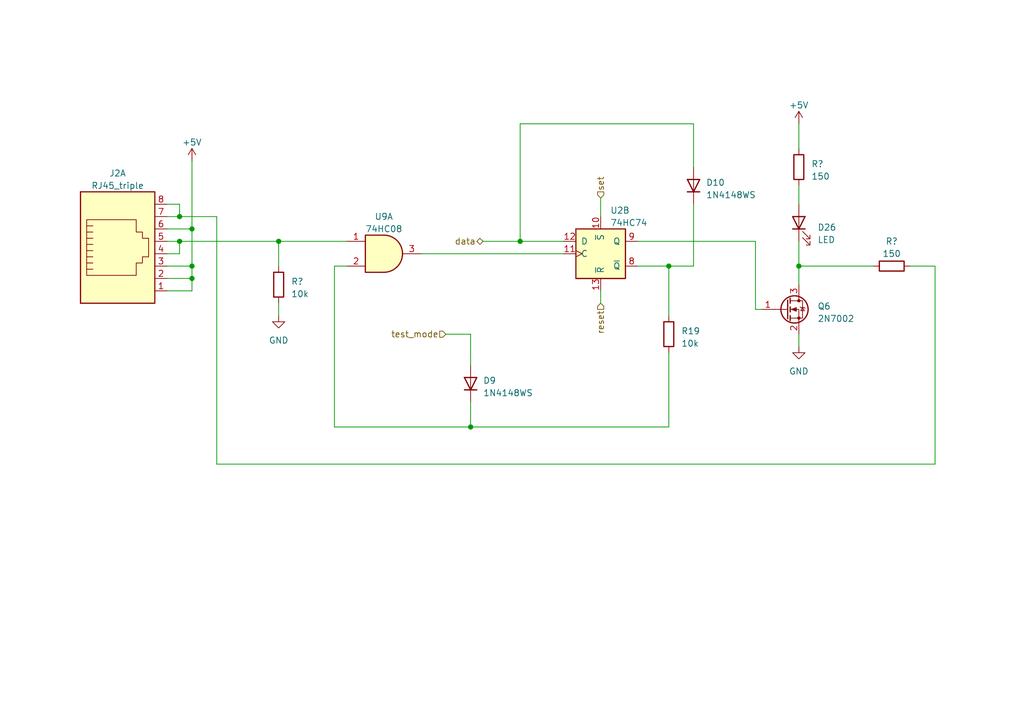
<source format=kicad_sch>
(kicad_sch (version 20230121) (generator eeschema)
  (paper "A5")
  (lib_symbols
    (symbol "74xx:74HC74" (pin_names (offset 1.016))
      (property "Reference" "U" (at -7.62 8.89 0))
      (property "Value" "74HC74" (at -7.62 -8.89 0))
      (symbol "74HC74_1_0"
        (pin input line (at 0 -7.62 90) (length 2.54) (name "~{R}") (number "1"))
        (pin input line (at -7.62 2.54 0) (length 2.54) (name "D") (number "2"))
        (pin input clock (at -7.62 0 0) (length 2.54) (name "C") (number "3"))
        (pin input line (at 0 7.62 270) (length 2.54) (name "~{S}") (number "4"))
        (pin output line (at 7.62 2.54 180) (length 2.54) (name "Q") (number "5"))
        (pin output line (at 7.62 -2.54 180) (length 2.54) (name "~{Q}") (number "6"))
      )
      (symbol "74HC74_1_1"
        (rectangle (start -5.08 5.08) (end 5.08 -5.08) (stroke (width 0.254)) (fill (type background)))
      )
      (symbol "74HC74_2_0"
        (pin input line (at 0 7.62 270) (length 2.54) (name "~{S}") (number "10"))
        (pin input clock (at -7.62 0 0) (length 2.54) (name "C") (number "11"))
        (pin input line (at -7.62 2.54 0) (length 2.54) (name "D") (number "12"))
        (pin input line (at 0 -7.62 90) (length 2.54) (name "~{R}") (number "13"))
        (pin output line (at 7.62 -2.54 180) (length 2.54) (name "~{Q}") (number "8"))
        (pin output line (at 7.62 2.54 180) (length 2.54) (name "Q") (number "9"))
      )
      (symbol "74HC74_2_1"
        (rectangle (start -5.08 5.08) (end 5.08 -5.08) (stroke (width 0.254)) (fill (type background)))
      )
      (symbol "74HC74_3_0"
        (pin power_in line (at 0 10.16 270) (length 2.54) (name "VCC") (number "14"))
        (pin power_in line (at 0 -10.16 90) (length 2.54) (name "GND") (number "7"))
      )
      (symbol "74HC74_3_1"
        (rectangle (start -5.08 7.62) (end 5.08 -7.62) (stroke (width 0.254)) (fill (type background)))
      )
    )
    (symbol "Device:D" (pin_numbers hide) (pin_names (offset 1.016) hide)
      (property "Reference" "D" (at 0 2.54 0))
      (property "Value" "D" (at 0 -2.54 0))
      (symbol "D_0_1"
        (polyline (pts (xy -1.27 1.27) (xy -1.27 -1.27)) (stroke (width 0.254)))
        (polyline (pts (xy 1.27 0) (xy -1.27 0)))
        (polyline (pts (xy 1.27 1.27) (xy 1.27 -1.27) (xy -1.27 0) (xy 1.27 1.27)) (stroke (width 0.254)))
      )
      (symbol "D_1_1"
        (pin passive line (at -3.81 0 0) (length 2.54) (name "K") (number "1"))
        (pin passive line (at 3.81 0 180) (length 2.54) (name "A") (number "2"))
      )
    )
    (symbol "Device:LED" (pin_numbers hide) (pin_names (offset 1.016) hide)
      (property "Reference" "D" (at 0 2.54 0))
      (property "Value" "LED" (at 0 -2.54 0))
      (symbol "LED_0_1"
        (polyline (pts (xy -1.27 -1.27) (xy -1.27 1.27)) (stroke (width 0.254)))
        (polyline (pts (xy -1.27 0) (xy 1.27 0)))
        (polyline (pts (xy 1.27 -1.27) (xy 1.27 1.27) (xy -1.27 0) (xy 1.27 -1.27)) (stroke (width 0.254)))
        (polyline (pts (xy -3.048 -0.762) (xy -4.572 -2.286) (xy -3.81 -2.286) (xy -4.572 -2.286) (xy -4.572 -1.524)))
        (polyline (pts (xy -1.778 -0.762) (xy -3.302 -2.286) (xy -2.54 -2.286) (xy -3.302 -2.286) (xy -3.302 -1.524)))
      )
      (symbol "LED_1_1"
        (pin passive line (at -3.81 0 0) (length 2.54) (name "K") (number "1"))
        (pin passive line (at 3.81 0 180) (length 2.54) (name "A") (number "2"))
      )
    )
    (symbol "Device:R" (pin_numbers hide) (pin_names (offset 0))
      (property "Reference" "R" (at 2.032 0 90))
      (property "Value" "R" (at 0 0 90))
      (symbol "R_0_1"
        (rectangle (start -1.016 -2.54) (end 1.016 2.54) (stroke (width 0.254)))
      )
      (symbol "R_1_1"
        (pin passive line (at 0 3.81 270) (length 1.27) (name "~") (number "1"))
        (pin passive line (at 0 -3.81 90) (length 1.27) (name "~") (number "2"))
      )
    )
    (symbol "Transistor_FET:2N7002" (pin_names hide)
      (property "Reference" "Q" (at 5.08 1.905 0))
      (property "Value" "2N7002" (at 5.08 0 0))
      (symbol "2N7002_0_1"
        (polyline (pts (xy 0.254 0) (xy -2.54 0)))
        (polyline (pts (xy 0.254 1.905) (xy 0.254 -1.905)) (stroke (width 0.254)))
        (polyline (pts (xy 0.762 -1.27) (xy 0.762 -2.286)) (stroke (width 0.254)))
        (polyline (pts (xy 0.762 0.508) (xy 0.762 -0.508)) (stroke (width 0.254)))
        (polyline (pts (xy 0.762 2.286) (xy 0.762 1.27)) (stroke (width 0.254)))
        (polyline (pts (xy 2.54 2.54) (xy 2.54 1.778)))
        (polyline (pts (xy 2.54 -2.54) (xy 2.54 0) (xy 0.762 0)))
        (polyline (pts (xy 0.762 -1.778) (xy 3.302 -1.778) (xy 3.302 1.778) (xy 0.762 1.778)))
        (polyline (pts (xy 1.016 0) (xy 2.032 0.381) (xy 2.032 -0.381) (xy 1.016 0)) (fill (type outline)))
        (polyline (pts (xy 2.794 0.508) (xy 2.921 0.381) (xy 3.683 0.381) (xy 3.81 0.254)))
        (polyline (pts (xy 3.302 0.381) (xy 2.921 -0.254) (xy 3.683 -0.254) (xy 3.302 0.381)))
        (circle (center 1.651 0) (radius 2.794) (stroke (width 0.254)))
        (circle (center 2.54 -1.778) (radius 0.254) (fill (type outline)))
        (circle (center 2.54 1.778) (radius 0.254) (fill (type outline)))
      )
      (symbol "2N7002_1_1"
        (pin input line (at -5.08 0 0) (length 2.54) (name "G") (number "1"))
        (pin passive line (at 2.54 -5.08 90) (length 2.54) (name "S") (number "2"))
        (pin passive line (at 2.54 5.08 270) (length 2.54) (name "D") (number "3"))
      )
    )
    (symbol "gates:74HC08" (pin_names (offset 1.016))
      (property "Reference" "U" (at 0 1.27 0))
      (property "Value" "74HC08" (at 0 -1.27 0))
      (symbol "74HC08_1_1"
        (arc (start 0 -3.81) (mid 3.7934 0) (end 0 3.81) (stroke (width 0.254)) (fill (type background)))
        (polyline (pts (xy 0 3.81) (xy -3.81 3.81) (xy -3.81 -3.81) (xy 0 -3.81)) (stroke (width 0.254)) (fill (type background)))
        (pin input line (at -7.62 2.54 0) (length 3.81) (name "~") (number "1"))
        (pin input line (at -7.62 -2.54 0) (length 3.81) (name "~") (number "2"))
        (pin output line (at 7.62 0 180) (length 3.81) (name "~") (number "3"))
      )
      (symbol "74HC08_1_2"
        (arc (start -3.81 -3.81) (mid -2.589 0) (end -3.81 3.81) (stroke (width 0.254)))
        (arc (start -0.6096 -3.81) (mid 2.1842 -2.5851) (end 3.81 0) (stroke (width 0.254)) (fill (type background)))
        (polyline (pts (xy -3.81 -3.81) (xy -0.635 -3.81)) (stroke (width 0.254)) (fill (type background)))
        (polyline (pts (xy -3.81 3.81) (xy -0.635 3.81)) (stroke (width 0.254)) (fill (type background)))
        (polyline (pts (xy -0.635 3.81) (xy -3.81 3.81) (xy -3.81 3.81) (xy -3.556 3.4036) (xy -3.0226 2.2606) (xy -2.6924 1.0414) (xy -2.6162 -0.254) (xy -2.7686 -1.4986) (xy -3.175 -2.7178) (xy -3.81 -3.81) (xy -3.81 -3.81) (xy -0.635 -3.81)) (stroke (width -25.4)) (fill (type background)))
        (arc (start 3.81 0) (mid 2.1915 2.5936) (end -0.6096 3.81) (stroke (width 0.254)) (fill (type background)))
        (pin input inverted (at -7.62 2.54 0) (length 4.318) (name "~") (number "1"))
        (pin input inverted (at -7.62 -2.54 0) (length 4.318) (name "~") (number "2"))
        (pin output inverted (at 7.62 0 180) (length 3.81) (name "~") (number "3"))
      )
      (symbol "74HC08_2_1"
        (arc (start 0 -3.81) (mid 3.7934 0) (end 0 3.81) (stroke (width 0.254)) (fill (type background)))
        (polyline (pts (xy 0 3.81) (xy -3.81 3.81) (xy -3.81 -3.81) (xy 0 -3.81)) (stroke (width 0.254)) (fill (type background)))
        (pin input line (at -7.62 2.54 0) (length 3.81) (name "~") (number "4"))
        (pin input line (at -7.62 -2.54 0) (length 3.81) (name "~") (number "5"))
        (pin output line (at 7.62 0 180) (length 3.81) (name "~") (number "6"))
      )
      (symbol "74HC08_2_2"
        (arc (start -3.81 -3.81) (mid -2.589 0) (end -3.81 3.81) (stroke (width 0.254)))
        (arc (start -0.6096 -3.81) (mid 2.1842 -2.5851) (end 3.81 0) (stroke (width 0.254)) (fill (type background)))
        (polyline (pts (xy -3.81 -3.81) (xy -0.635 -3.81)) (stroke (width 0.254)) (fill (type background)))
        (polyline (pts (xy -3.81 3.81) (xy -0.635 3.81)) (stroke (width 0.254)) (fill (type background)))
        (polyline (pts (xy -0.635 3.81) (xy -3.81 3.81) (xy -3.81 3.81) (xy -3.556 3.4036) (xy -3.0226 2.2606) (xy -2.6924 1.0414) (xy -2.6162 -0.254) (xy -2.7686 -1.4986) (xy -3.175 -2.7178) (xy -3.81 -3.81) (xy -3.81 -3.81) (xy -0.635 -3.81)) (stroke (width -25.4)) (fill (type background)))
        (arc (start 3.81 0) (mid 2.1915 2.5936) (end -0.6096 3.81) (stroke (width 0.254)) (fill (type background)))
        (pin input inverted (at -7.62 2.54 0) (length 4.318) (name "~") (number "4"))
        (pin input inverted (at -7.62 -2.54 0) (length 4.318) (name "~") (number "5"))
        (pin output inverted (at 7.62 0 180) (length 3.81) (name "~") (number "6"))
      )
      (symbol "74HC08_3_1"
        (arc (start 0 -3.81) (mid 3.7934 0) (end 0 3.81) (stroke (width 0.254)) (fill (type background)))
        (polyline (pts (xy 0 3.81) (xy -3.81 3.81) (xy -3.81 -3.81) (xy 0 -3.81)) (stroke (width 0.254)) (fill (type background)))
        (pin input line (at -7.62 -2.54 0) (length 3.81) (name "~") (number "10"))
        (pin output line (at 7.62 0 180) (length 3.81) (name "~") (number "8"))
        (pin input line (at -7.62 2.54 0) (length 3.81) (name "~") (number "9"))
      )
      (symbol "74HC08_3_2"
        (arc (start -3.81 -3.81) (mid -2.589 0) (end -3.81 3.81) (stroke (width 0.254)))
        (arc (start -0.6096 -3.81) (mid 2.1842 -2.5851) (end 3.81 0) (stroke (width 0.254)) (fill (type background)))
        (polyline (pts (xy -3.81 -3.81) (xy -0.635 -3.81)) (stroke (width 0.254)) (fill (type background)))
        (polyline (pts (xy -3.81 3.81) (xy -0.635 3.81)) (stroke (width 0.254)) (fill (type background)))
        (polyline (pts (xy -0.635 3.81) (xy -3.81 3.81) (xy -3.81 3.81) (xy -3.556 3.4036) (xy -3.0226 2.2606) (xy -2.6924 1.0414) (xy -2.6162 -0.254) (xy -2.7686 -1.4986) (xy -3.175 -2.7178) (xy -3.81 -3.81) (xy -3.81 -3.81) (xy -0.635 -3.81)) (stroke (width -25.4)) (fill (type background)))
        (arc (start 3.81 0) (mid 2.1915 2.5936) (end -0.6096 3.81) (stroke (width 0.254)) (fill (type background)))
        (pin input inverted (at -7.62 -2.54 0) (length 4.318) (name "~") (number "10"))
        (pin output inverted (at 7.62 0 180) (length 3.81) (name "~") (number "8"))
        (pin input inverted (at -7.62 2.54 0) (length 4.318) (name "~") (number "9"))
      )
      (symbol "74HC08_4_1"
        (arc (start 0 -3.81) (mid 3.7934 0) (end 0 3.81) (stroke (width 0.254)) (fill (type background)))
        (polyline (pts (xy 0 3.81) (xy -3.81 3.81) (xy -3.81 -3.81) (xy 0 -3.81)) (stroke (width 0.254)) (fill (type background)))
        (pin output line (at 7.62 0 180) (length 3.81) (name "~") (number "11"))
        (pin input line (at -7.62 2.54 0) (length 3.81) (name "~") (number "12"))
        (pin input line (at -7.62 -2.54 0) (length 3.81) (name "~") (number "13"))
      )
      (symbol "74HC08_4_2"
        (arc (start -3.81 -3.81) (mid -2.589 0) (end -3.81 3.81) (stroke (width 0.254)))
        (arc (start -0.6096 -3.81) (mid 2.1842 -2.5851) (end 3.81 0) (stroke (width 0.254)) (fill (type background)))
        (polyline (pts (xy -3.81 -3.81) (xy -0.635 -3.81)) (stroke (width 0.254)) (fill (type background)))
        (polyline (pts (xy -3.81 3.81) (xy -0.635 3.81)) (stroke (width 0.254)) (fill (type background)))
        (polyline (pts (xy -0.635 3.81) (xy -3.81 3.81) (xy -3.81 3.81) (xy -3.556 3.4036) (xy -3.0226 2.2606) (xy -2.6924 1.0414) (xy -2.6162 -0.254) (xy -2.7686 -1.4986) (xy -3.175 -2.7178) (xy -3.81 -3.81) (xy -3.81 -3.81) (xy -0.635 -3.81)) (stroke (width -25.4)) (fill (type background)))
        (arc (start 3.81 0) (mid 2.1915 2.5936) (end -0.6096 3.81) (stroke (width 0.254)) (fill (type background)))
        (pin output inverted (at 7.62 0 180) (length 3.81) (name "~") (number "11"))
        (pin input inverted (at -7.62 2.54 0) (length 4.318) (name "~") (number "12"))
        (pin input inverted (at -7.62 -2.54 0) (length 4.318) (name "~") (number "13"))
      )
      (symbol "74HC08_5_0"
        (pin power_in line (at 0 12.7 270) (length 5.08) (name "VCC") (number "14"))
        (pin power_in line (at 0 -12.7 90) (length 5.08) (name "GND") (number "7"))
      )
      (symbol "74HC08_5_1"
        (rectangle (start -5.08 7.62) (end 5.08 -7.62) (stroke (width 0.254)) (fill (type background)))
      )
    )
    (symbol "power:+5V" (power) (pin_names (offset 0))
      (property "Value" "+5V" (at 0 3.556 0))
      (symbol "+5V_0_1"
        (polyline (pts (xy -0.762 1.27) (xy 0 2.54)))
        (polyline (pts (xy 0 0) (xy 0 2.54)))
        (polyline (pts (xy 0 2.54) (xy 0.762 1.27)))
      )
      (symbol "+5V_1_1"
        (pin power_in line (at 0 0 90) (length 0) hide (name "+5V") (number "1"))
      )
    )
    (symbol "power:GND" (power) (pin_names (offset 0))
      (property "Value" "GND" (at 0 -3.81 0))
      (symbol "GND_0_1"
        (polyline (pts (xy 0 0) (xy 0 -1.27) (xy 1.27 -1.27) (xy 0 -2.54) (xy -1.27 -1.27) (xy 0 -1.27)))
      )
      (symbol "GND_1_1"
        (pin power_in line (at 0 0 270) (length 0) hide (name "GND") (number "1"))
      )
    )
    (symbol "rj45_multi:rj45_triple" (pin_names (offset 1.016))
      (property "Reference" "J" (at -6.35 13.97 0))
      (property "Value" "RJ45_triple" (at 2.54 13.97 0))
      (symbol "rj45_triple_0_1"
        (rectangle (start -7.62 12.7) (end 7.62 -10.16) (stroke (width 0.254)) (fill (type background)))
        (polyline (pts (xy -5.08 4.445) (xy -6.35 4.445)))
        (polyline (pts (xy -5.08 5.715) (xy -6.35 5.715)))
        (polyline (pts (xy -6.35 -3.175) (xy -5.08 -3.175) (xy -5.08 -3.175)))
        (polyline (pts (xy -6.35 -1.905) (xy -5.08 -1.905) (xy -5.08 -1.905)))
        (polyline (pts (xy -6.35 -0.635) (xy -5.08 -0.635) (xy -5.08 -0.635)))
        (polyline (pts (xy -6.35 0.635) (xy -5.08 0.635) (xy -5.08 0.635)))
        (polyline (pts (xy -6.35 1.905) (xy -5.08 1.905) (xy -5.08 1.905)))
        (polyline (pts (xy -5.08 3.175) (xy -6.35 3.175) (xy -6.35 3.175)))
        (polyline (pts (xy -6.35 -4.445) (xy -6.35 6.985) (xy 3.81 6.985) (xy 3.81 4.445) (xy 5.08 4.445) (xy 5.08 3.175) (xy 6.35 3.175) (xy 6.35 -0.635) (xy 5.08 -0.635) (xy 5.08 -1.905) (xy 3.81 -1.905) (xy 3.81 -4.445) (xy -6.35 -4.445) (xy -6.35 -4.445)))
      )
      (symbol "rj45_triple_1_1"
        (pin passive line (at 10.16 -7.62 180) (length 2.54) (name "~") (number "1"))
        (pin passive line (at 10.16 -5.08 180) (length 2.54) (name "~") (number "2"))
        (pin passive line (at 10.16 -2.54 180) (length 2.54) (name "~") (number "3"))
        (pin passive line (at 10.16 0 180) (length 2.54) (name "~") (number "4"))
        (pin passive line (at 10.16 2.54 180) (length 2.54) (name "~") (number "5"))
        (pin passive line (at 10.16 5.08 180) (length 2.54) (name "~") (number "6"))
        (pin passive line (at 10.16 7.62 180) (length 2.54) (name "~") (number "7"))
        (pin passive line (at 10.16 10.16 180) (length 2.54) (name "~") (number "8"))
      )
      (symbol "rj45_triple_2_1"
        (pin passive line (at 10.16 -5.08 180) (length 2.54) (name "~") (number "10"))
        (pin passive line (at 10.16 -2.54 180) (length 2.54) (name "~") (number "11"))
        (pin passive line (at 10.16 0 180) (length 2.54) (name "~") (number "12"))
        (pin passive line (at 10.16 2.54 180) (length 2.54) (name "~") (number "13"))
        (pin passive line (at 10.16 5.08 180) (length 2.54) (name "~") (number "14"))
        (pin passive line (at 10.16 7.62 180) (length 2.54) (name "~") (number "15"))
        (pin passive line (at 10.16 10.16 180) (length 2.54) (name "~") (number "16"))
        (pin passive line (at 10.16 -7.62 180) (length 2.54) (name "~") (number "9"))
      )
      (symbol "rj45_triple_3_1"
        (pin passive line (at 10.16 -7.62 180) (length 2.54) (name "~") (number "17"))
        (pin passive line (at 10.16 -5.08 180) (length 2.54) (name "~") (number "18"))
        (pin passive line (at 10.16 -2.54 180) (length 2.54) (name "~") (number "19"))
        (pin passive line (at 10.16 0 180) (length 2.54) (name "~") (number "20"))
        (pin passive line (at 10.16 2.54 180) (length 2.54) (name "~") (number "21"))
        (pin passive line (at 10.16 5.08 180) (length 2.54) (name "~") (number "22"))
        (pin passive line (at 10.16 7.62 180) (length 2.54) (name "~") (number "23"))
        (pin passive line (at 10.16 10.16 180) (length 2.54) (name "~") (number "24"))
      )
    )
  )
  (junction (at 96.52 87.63))
  (junction (at 163.83 54.61))
  (junction (at 39.37 54.61))
  (junction (at 106.68 49.53))
  (junction (at 36.83 49.53))
  (junction (at 36.83 44.45))
  (junction (at 39.37 57.15))
  (junction (at 57.15 49.53))
  (junction (at 137.16 54.61))
  (junction (at 39.37 46.99))
  (wire (pts (xy 57.15 62.23) (xy 57.15 64.77)))
  (wire (pts (xy 163.83 38.1) (xy 163.83 41.91)))
  (wire (pts (xy 34.29 49.53) (xy 36.83 49.53)))
  (wire (pts (xy 34.29 52.07) (xy 36.83 52.07)))
  (wire (pts (xy 96.52 68.58) (xy 96.52 74.93)))
  (wire (pts (xy 39.37 33.02) (xy 39.37 46.99)))
  (wire (pts (xy 154.94 63.5) (xy 154.94 49.53)))
  (wire (pts (xy 34.29 54.61) (xy 39.37 54.61)))
  (wire (pts (xy 154.94 49.53) (xy 130.81 49.53)))
  (wire (pts (xy 142.24 25.4) (xy 142.24 34.29)))
  (wire (pts (xy 179.07 54.61) (xy 163.83 54.61)))
  (wire (pts (xy 137.16 54.61) (xy 137.16 64.77)))
  (wire (pts (xy 96.52 82.55) (xy 96.52 87.63)))
  (wire (pts (xy 137.16 87.63) (xy 137.16 72.39)))
  (wire (pts (xy 44.45 95.25) (xy 44.45 44.45)))
  (wire (pts (xy 163.83 71.12) (xy 163.83 68.58)))
  (wire (pts (xy 130.81 54.61) (xy 137.16 54.61)))
  (wire (pts (xy 137.16 54.61) (xy 142.24 54.61)))
  (wire (pts (xy 39.37 59.69) (xy 39.37 57.15)))
  (wire (pts (xy 123.19 40.64) (xy 123.19 44.45)))
  (wire (pts (xy 163.83 25.4) (xy 163.83 30.48)))
  (wire (pts (xy 68.58 87.63) (xy 96.52 87.63)))
  (wire (pts (xy 142.24 41.91) (xy 142.24 54.61)))
  (wire (pts (xy 163.83 49.53) (xy 163.83 54.61)))
  (wire (pts (xy 68.58 54.61) (xy 68.58 87.63)))
  (wire (pts (xy 36.83 44.45) (xy 34.29 44.45)))
  (wire (pts (xy 86.36 52.07) (xy 115.57 52.07)))
  (wire (pts (xy 191.77 95.25) (xy 44.45 95.25)))
  (wire (pts (xy 191.77 54.61) (xy 191.77 95.25)))
  (wire (pts (xy 39.37 54.61) (xy 39.37 46.99)))
  (wire (pts (xy 34.29 46.99) (xy 39.37 46.99)))
  (wire (pts (xy 106.68 49.53) (xy 106.68 25.4)))
  (wire (pts (xy 57.15 49.53) (xy 36.83 49.53)))
  (wire (pts (xy 154.94 63.5) (xy 156.21 63.5)))
  (wire (pts (xy 36.83 52.07) (xy 36.83 49.53)))
  (wire (pts (xy 36.83 41.91) (xy 36.83 44.45)))
  (wire (pts (xy 106.68 49.53) (xy 115.57 49.53)))
  (wire (pts (xy 191.77 54.61) (xy 186.69 54.61)))
  (wire (pts (xy 96.52 87.63) (xy 137.16 87.63)))
  (wire (pts (xy 57.15 49.53) (xy 71.12 49.53)))
  (wire (pts (xy 34.29 57.15) (xy 39.37 57.15)))
  (wire (pts (xy 34.29 41.91) (xy 36.83 41.91)))
  (wire (pts (xy 39.37 57.15) (xy 39.37 54.61)))
  (wire (pts (xy 99.06 49.53) (xy 106.68 49.53)))
  (wire (pts (xy 106.68 25.4) (xy 142.24 25.4)))
  (wire (pts (xy 57.15 49.53) (xy 57.15 54.61)))
  (wire (pts (xy 163.83 54.61) (xy 163.83 58.42)))
  (wire (pts (xy 34.29 59.69) (xy 39.37 59.69)))
  (wire (pts (xy 123.19 59.69) (xy 123.19 62.23)))
  (wire (pts (xy 44.45 44.45) (xy 36.83 44.45)))
  (wire (pts (xy 68.58 54.61) (xy 71.12 54.61)))
  (wire (pts (xy 91.44 68.58) (xy 96.52 68.58)))
  (hierarchical_label "data" (shape bidirectional) (at 99.06 49.53 180))
  (hierarchical_label "reset" (shape input) (at 123.19 62.23 270))
  (hierarchical_label "test_mode" (shape input) (at 91.44 68.58 180))
  (hierarchical_label "set" (shape input) (at 123.19 40.64 90))
  (symbol (lib_id "power:+5V") (at 163.83 25.4 0) (unit 1)
    (property "Reference" "#PWR066" (effects hide))
    (property "Value" "+5V" (at 163.83 21.59 0))
    (instances (project "button10_controller" (path "" (reference "#PWR066") (unit 1)) (path "" (reference "#PWR067") (unit 1)) (path "" (reference "#PWR068") (unit 1)) (path "" (reference "#PWR069") (unit 1)) (path "" (reference "#PWR063") (unit 1)) (path "" (reference "#PWR064") (unit 1)) (path "" (reference "#PWR065") (unit 1)) (path "" (reference "#PWR070") (unit 1)) (path "" (reference "#PWR071") (unit 1)) (path "" (reference "#PWR072") (unit 1))))
  )
  (symbol (lib_id "rj45_multi:rj45_triple") (at 24.13 52.07 0) (unit 1)
    (property "Reference" "J2" (at 24.13 35.56 0))
    (property "Value" "RJ45_triple" (at 24.13 38.1 0))
    (property "Footprint" "rj45:rj45_triple_41207-06G051" (effects hide))
    (property "Datasheet" "https://datasheet.lcsc.com/lcsc/2201121900_Shenzhen-Glgnet-Elec-41207-06G051_C2942266.pdf" (effects hide))
    (property "mpn" "C2942266" (effects hide))
    (instances (project "button10_controller" (path "" (reference "J2") (unit 1)) (path "" (reference "J2") (unit 2)) (path "" (reference "J2") (unit 3)) (path "" (reference "J3") (unit 1)) (path "" (reference "J3") (unit 2)) (path "" (reference "J3") (unit 3))))
  )
  (symbol (lib_id "Device:LED") (at 163.83 45.72 90) (unit 1)
    (property "Reference" "D26" (at 167.64 46.6725 90) (effects (justify right)))
    (property "Value" "LED" (at 167.64 49.2125 90) (effects (justify right)))
    (property "Footprint" "LED_THT:LED_D5.0mm" (effects hide))
    (property "Datasheet" "https://datasheet.lcsc.com/lcsc/2208160930_XINGLIGHT-XL-504SURD_C2895493.pdf" (effects hide))
    (property "mpn" "C2895493" (effects hide))
    (instances (project "button10_controller" (path "" (reference "D26") (unit 1)) (path "" (reference "D27") (unit 1)) (path "" (reference "D28") (unit 1)) (path "" (reference "D29") (unit 1)) (path "" (reference "D9") (unit 1)) (path "" (reference "D7") (unit 1)) (path "" (reference "D5") (unit 1)) (path "" (reference "D6") (unit 1)) (path "" (reference "D8") (unit 1)) (path "" (reference "D10") (unit 1))))
  )
  (symbol (lib_id "Device:R") (at 137.16 68.58 0) (unit 1)
    (property "Reference" "R19" (at 139.7 67.945 0) (effects (justify left)))
    (property "Value" "10k" (at 139.7 70.485 0) (effects (justify left)))
    (property "Footprint" "Resistor_SMD:R_0402_1005Metric" (effects hide))
    (property "Datasheet" "https://datasheet.lcsc.com/lcsc/2206010100_UNI-ROYAL-Uniroyal-Elec-0402WGF1002TCE_C25744.pdf" (effects hide))
    (property "mpn" "C25744" (effects hide))
    (instances (project "button10_controller" (path "" (reference "R19") (unit 1)) (path "" (reference "R22") (unit 1)) (path "" (reference "R25") (unit 1)) (path "" (reference "R28") (unit 1)) (path "" (reference "R38") (unit 1)) (path "" (reference "R48") (unit 1)) (path "" (reference "R34") (unit 1)) (path "" (reference "R31") (unit 1)) (path "" (reference "R18") (unit 1)) (path "" (reference "R20") (unit 1))))
  )
  (symbol (lib_id "power:+5V") (at 39.37 33.02 0) (unit 1)
    (property "Reference" "#PWR032" (effects hide))
    (property "Value" "+5V" (at 39.37 29.21 0))
    (instances (project "button10_controller" (path "" (reference "#PWR032") (unit 1)) (path "" (reference "#PWR035") (unit 1)) (path "" (reference "#PWR038") (unit 1)) (path "" (reference "#PWR041") (unit 1)) (path "" (reference "#PWR023") (unit 1)) (path "" (reference "#PWR026") (unit 1)) (path "" (reference "#PWR029") (unit 1)) (path "" (reference "#PWR044") (unit 1)) (path "" (reference "#PWR047") (unit 1)) (path "" (reference "#PWR050") (unit 1))))
  )
  (symbol (lib_id "power:GND") (at 163.83 71.12 0) (unit 1)
    (property "Reference" "#PWR034" (effects hide))
    (property "Value" "GND" (at 163.83 76.2 0))
    (instances (project "button10_controller" (path "" (reference "#PWR034") (unit 1)) (path "" (reference "#PWR037") (unit 1)) (path "" (reference "#PWR040") (unit 1)) (path "" (reference "#PWR043") (unit 1)) (path "" (reference "#PWR025") (unit 1)) (path "" (reference "#PWR028") (unit 1)) (path "" (reference "#PWR031") (unit 1)) (path "" (reference "#PWR046") (unit 1)) (path "" (reference "#PWR049") (unit 1)) (path "" (reference "#PWR052") (unit 1))))
  )
  (symbol (lib_id "gates:74HC08") (at 78.74 52.07 0) (unit 1)
    (property "Reference" "U9" (at 78.7317 44.45 0))
    (property "Value" "74HC08" (at 78.7317 46.99 0))
    (property "Footprint" "Package_SO:SOIC-14_3.9x8.7mm_P1.27mm" (effects hide))
    (property "Datasheet" "http://www.ti.com/lit/gpn/sn74LS08" (effects hide))
    (property "mpn" "C5593" (effects hide))
    (instances (project "button10_controller" (path "" (reference "U9") (unit 1)) (path "" (reference "U9") (unit 2)) (path "" (reference "U9") (unit 3)) (path "" (reference "U9") (unit 4)) (path "" (reference "U4") (unit 2)) (path "" (reference "U4") (unit 3)) (path "" (reference "U4") (unit 4)) (path "" (reference "U9") (unit 1)) (path "" (reference "U9") (unit 2)) (path "" (reference "U9") (unit 3))))
  )
  (symbol (lib_id "Transistor_FET:2N7002") (at 161.29 63.5 0) (unit 1)
    (property "Reference" "Q6" (at 167.64 62.865 0) (effects (justify left)))
    (property "Value" "2N7002" (at 167.64 65.405 0) (effects (justify left)))
    (property "Footprint" "Package_TO_SOT_SMD:SOT-23" (effects hide))
    (property "Datasheet" "https://www.onsemi.com/pub/Collateral/NDS7002A-D.PDF" (effects hide))
    (property "mpn" "C8545" (effects hide))
    (instances (project "button10_controller" (path "" (reference "Q6") (unit 1)) (path "" (reference "Q7") (unit 1)) (path "" (reference "Q8") (unit 1)) (path "" (reference "Q9") (unit 1)) (path "" (reference "Q1") (unit 1)) (path "" (reference "Q3") (unit 1)) (path "" (reference "Q2") (unit 1)) (path "" (reference "Q8") (unit 1)) (path "" (reference "Q9") (unit 1)) (path "" (reference "Q10") (unit 1))))
  )
  (symbol (lib_id "Device:R") (at 57.15 58.42 0) (unit 1)
    (property "Reference" "R?" (at 59.69 57.785 0) (effects (justify left)))
    (property "Value" "10k" (at 59.69 60.325 0) (effects (justify left)))
    (property "Footprint" "Resistor_SMD:R_0402_1005Metric" (effects hide))
    (property "Datasheet" "https://datasheet.lcsc.com/lcsc/2206010100_UNI-ROYAL-Uniroyal-Elec-0402WGF1002TCE_C25744.pdf" (effects hide))
    (property "mpn" "C25744" (effects hide))
    (instances (project "button10_controller" (path "" (reference "R?") (unit 1)) (path "" (reference "R18") (unit 1)) (path "" (reference "R21") (unit 1)) (path "" (reference "R24") (unit 1)) (path "" (reference "R27") (unit 1)) (path "" (reference "R27") (unit 1)) (path "" (reference "R30") (unit 1)) (path "" (reference "R28") (unit 1)) (path "" (reference "R29") (unit 1)) (path "" (reference "R24") (unit 1)) (path "" (reference "R16") (unit 1))))
  )
  (symbol (lib_id "power:GND") (at 57.15 64.77 0) (unit 1)
    (property "Reference" "#PWR?" (effects hide))
    (property "Value" "GND" (at 57.15 69.85 0))
    (instances (project "button10_controller" (path "" (reference "#PWR?") (unit 1)) (path "" (reference "#PWR033") (unit 1)) (path "" (reference "#PWR036") (unit 1)) (path "" (reference "#PWR039") (unit 1)) (path "" (reference "#PWR042") (unit 1)) (path "" (reference "#PWR024") (unit 1)) (path "" (reference "#PWR027") (unit 1)) (path "" (reference "#PWR030") (unit 1)) (path "" (reference "#PWR045") (unit 1)) (path "" (reference "#PWR048") (unit 1)) (path "" (reference "#PWR051") (unit 1))))
  )
  (symbol (lib_id "Device:D") (at 142.24 38.1 90) (unit 1)
    (property "Reference" "D10" (at 144.78 37.465 90) (effects (justify right)))
    (property "Value" "1N4148WS" (at 144.78 40.005 90) (effects (justify right)))
    (property "Footprint" "Diode_SMD:D_SOD-323" (effects hide))
    (property "Datasheet" "https://www.vishay.com/docs/85751/1n4148ws.pdf" (effects hide))
    (property "Sim.Device" "D" (effects hide))
    (property "Sim.Pins" "1=K 2=A" (effects hide))
    (property "mpn" "C2128" (effects hide))
    (instances (project "button10_controller" (path "" (reference "D10") (unit 1)) (path "" (reference "D12") (unit 1)) (path "" (reference "D14") (unit 1)) (path "" (reference "D16") (unit 1)) (path "" (reference "D30") (unit 1)) (path "" (reference "D31") (unit 1)) (path "" (reference "D23") (unit 1)) (path "" (reference "D14") (unit 1)) (path "" (reference "D28") (unit 1)) (path "" (reference "D21") (unit 1))))
  )
  (symbol (lib_id "Device:D") (at 96.52 78.74 90) (unit 1)
    (property "Reference" "D9" (at 99.06 78.105 90) (effects (justify right)))
    (property "Value" "1N4148WS" (at 99.06 80.645 90) (effects (justify right)))
    (property "Footprint" "Diode_SMD:D_SOD-323" (effects hide))
    (property "Datasheet" "https://www.vishay.com/docs/85751/1n4148ws.pdf" (effects hide))
    (property "Sim.Device" "D" (effects hide))
    (property "Sim.Pins" "1=K 2=A" (effects hide))
    (property "mpn" "C2128" (effects hide))
    (instances (project "button10_controller" (path "" (reference "D9") (unit 1)) (path "" (reference "D11") (unit 1)) (path "" (reference "D13") (unit 1)) (path "" (reference "D15") (unit 1)) (path "" (reference "D27") (unit 1)) (path "" (reference "D32") (unit 1)) (path "" (reference "D16") (unit 1)) (path "" (reference "D29") (unit 1)) (path "" (reference "D18") (unit 1)) (path "" (reference "D15") (unit 1))))
  )
  (symbol (lib_id "Device:R") (at 182.88 54.61 90) (unit 1)
    (property "Reference" "R?" (at 182.88 49.53 90))
    (property "Value" "150" (at 182.88 52.07 90))
    (property "Footprint" "Resistor_SMD:R_0603_1608Metric" (effects hide))
    (property "Datasheet" "https://datasheet.lcsc.com/lcsc/2206010130_UNI-ROYAL-Uniroyal-Elec-0603WAF1500T5E_C22808.pdf" (effects hide))
    (property "mpn" "C22808" (effects hide))
    (instances (project "button10_controller" (path "" (reference "R?") (unit 1)) (path "" (reference "R20") (unit 1)) (path "" (reference "R23") (unit 1)) (path "" (reference "R26") (unit 1)) (path "" (reference "R29") (unit 1)) (path "" (reference "R14") (unit 1)) (path "" (reference "R13") (unit 1)) (path "" (reference "R43") (unit 1)) (path "" (reference "R40") (unit 1)) (path "" (reference "R44") (unit 1)) (path "" (reference "R42") (unit 1))))
  )
  (symbol (lib_id "Device:R") (at 163.83 34.29 0) (unit 1)
    (property "Reference" "R?" (at 166.37 33.655 0) (effects (justify left)))
    (property "Value" "150" (at 166.37 36.195 0) (effects (justify left)))
    (property "Footprint" "Resistor_SMD:R_0603_1608Metric" (effects hide))
    (property "Datasheet" "https://datasheet.lcsc.com/lcsc/2206010130_UNI-ROYAL-Uniroyal-Elec-0603WAF1500T5E_C22808.pdf" (effects hide))
    (property "mpn" "C22808" (effects hide))
    (instances (project "button10_controller" (path "" (reference "R?") (unit 1)) (path "" (reference "R42") (unit 1)) (path "" (reference "R43") (unit 1)) (path "" (reference "R44") (unit 1)) (path "" (reference "R45") (unit 1)) (path "" (reference "R9") (unit 1)) (path "" (reference "R3") (unit 1)) (path "" (reference "R10") (unit 1)) (path "" (reference "R12") (unit 1)) (path "" (reference "R8") (unit 1)) (path "" (reference "R7") (unit 1))))
  )
  (symbol (lib_id "74xx:74HC74") (at 123.19 52.07 0) (unit 2)
    (property "Reference" "U2" (at 125.1459 43.18 0) (effects (justify left)))
    (property "Value" "74HC74" (at 125.1459 45.72 0) (effects (justify left)))
    (property "Footprint" "Package_SO:SOIC-14_3.9x8.7mm_P1.27mm" (effects hide))
    (property "Datasheet" "https://www.ti.com/lit/ds/symlink/sn74hc74.pdf" (effects hide))
    (property "mpn" "C27597" (effects hide))
    (instances (project "button10_controller" (path "" (reference "U2") (unit 2)) (path "" (reference "U3") (unit 1)) (path "" (reference "U3") (unit 2)) (path "" (reference "U4") (unit 1)) (path "" (reference "U10") (unit 1)) (path "" (reference "U10") (unit 2)) (path "" (reference "U7") (unit 1)) (path "" (reference "U3") (unit 2)) (path "" (reference "U8") (unit 1)) (path "" (reference "U8") (unit 2))))
  )
)
</source>
